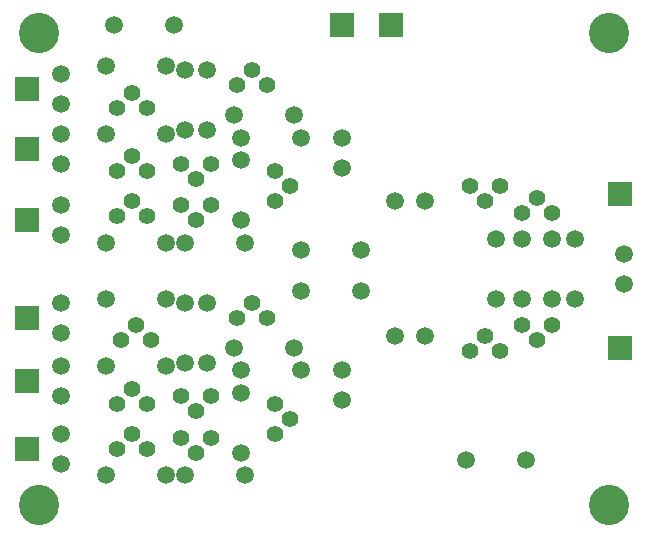
<source format=gbs>
G75*
G70*
%OFA0B0*%
%FSLAX24Y24*%
%IPPOS*%
%LPD*%
%AMOC8*
5,1,8,0,0,1.08239X$1,22.5*
%
%ADD10C,0.0556*%
%ADD11C,0.0595*%
%ADD12R,0.0789X0.0789*%
%ADD13C,0.1340*%
D10*
X003975Y005160D03*
X004475Y005660D03*
X004975Y005160D03*
X006100Y005535D03*
X006600Y005035D03*
X007100Y005535D03*
X006600Y006410D03*
X007100Y006910D03*
X006100Y006910D03*
X004975Y006660D03*
X004475Y007160D03*
X003975Y006660D03*
X004100Y008785D03*
X004600Y009285D03*
X005100Y008785D03*
X007975Y009535D03*
X008475Y010035D03*
X008975Y009535D03*
X009225Y006660D03*
X009725Y006160D03*
X009225Y005660D03*
X015725Y008410D03*
X016225Y008910D03*
X016725Y008410D03*
X017475Y009285D03*
X017975Y008785D03*
X018475Y009285D03*
X018475Y013035D03*
X017975Y013535D03*
X017475Y013035D03*
X016725Y013910D03*
X016225Y013410D03*
X015725Y013910D03*
X009725Y013910D03*
X009225Y013410D03*
X009225Y014410D03*
X007100Y014660D03*
X006600Y014160D03*
X006100Y014660D03*
X004975Y014410D03*
X004475Y014910D03*
X003975Y014410D03*
X004475Y013410D03*
X003975Y012910D03*
X004975Y012910D03*
X006100Y013285D03*
X006600Y012785D03*
X007100Y013285D03*
X004975Y016535D03*
X004475Y017035D03*
X003975Y016535D03*
X007975Y017285D03*
X008475Y017785D03*
X008975Y017285D03*
D11*
X009850Y016285D03*
X010100Y015535D03*
X011475Y015535D03*
X011475Y014535D03*
X013225Y013410D03*
X014225Y013410D03*
X012100Y011785D03*
X012100Y010410D03*
X013225Y008910D03*
X014225Y008910D03*
X016600Y010160D03*
X017475Y010160D03*
X018475Y010160D03*
X019225Y010160D03*
X020850Y010660D03*
X020850Y011660D03*
X019225Y012160D03*
X018475Y012160D03*
X017475Y012160D03*
X016600Y012160D03*
X011475Y007785D03*
X011475Y006785D03*
X010100Y007785D03*
X009850Y008535D03*
X010100Y010410D03*
X010100Y011785D03*
X008225Y012035D03*
X008100Y012785D03*
X008100Y014785D03*
X008100Y015535D03*
X007850Y016285D03*
X006975Y015785D03*
X006225Y015785D03*
X005600Y015660D03*
X003600Y015660D03*
X002100Y015660D03*
X002100Y016660D03*
X002100Y017660D03*
X003600Y017910D03*
X003850Y019285D03*
X005600Y017910D03*
X006225Y017785D03*
X006975Y017785D03*
X005850Y019285D03*
X002100Y014660D03*
X002100Y013285D03*
X002100Y012285D03*
X003600Y012035D03*
X003600Y010160D03*
X002100Y010035D03*
X002100Y009035D03*
X002100Y007910D03*
X002100Y006910D03*
X002100Y005660D03*
X002100Y004660D03*
X003600Y004285D03*
X005600Y004285D03*
X006225Y004285D03*
X008225Y004285D03*
X008100Y005035D03*
X008100Y007035D03*
X008100Y007785D03*
X007850Y008535D03*
X006975Y008035D03*
X006225Y008035D03*
X005600Y007910D03*
X003600Y007910D03*
X005600Y010160D03*
X006225Y010035D03*
X006975Y010035D03*
X006225Y012035D03*
X005600Y012035D03*
X015600Y004785D03*
X017600Y004785D03*
D12*
X020725Y008535D03*
X020725Y013660D03*
X013100Y019285D03*
X011475Y019285D03*
X000975Y017160D03*
X000975Y015160D03*
X000975Y012785D03*
X000975Y009535D03*
X000975Y007410D03*
X000975Y005160D03*
D13*
X001350Y003285D03*
X001350Y019035D03*
X020350Y019035D03*
X020350Y003285D03*
M02*

</source>
